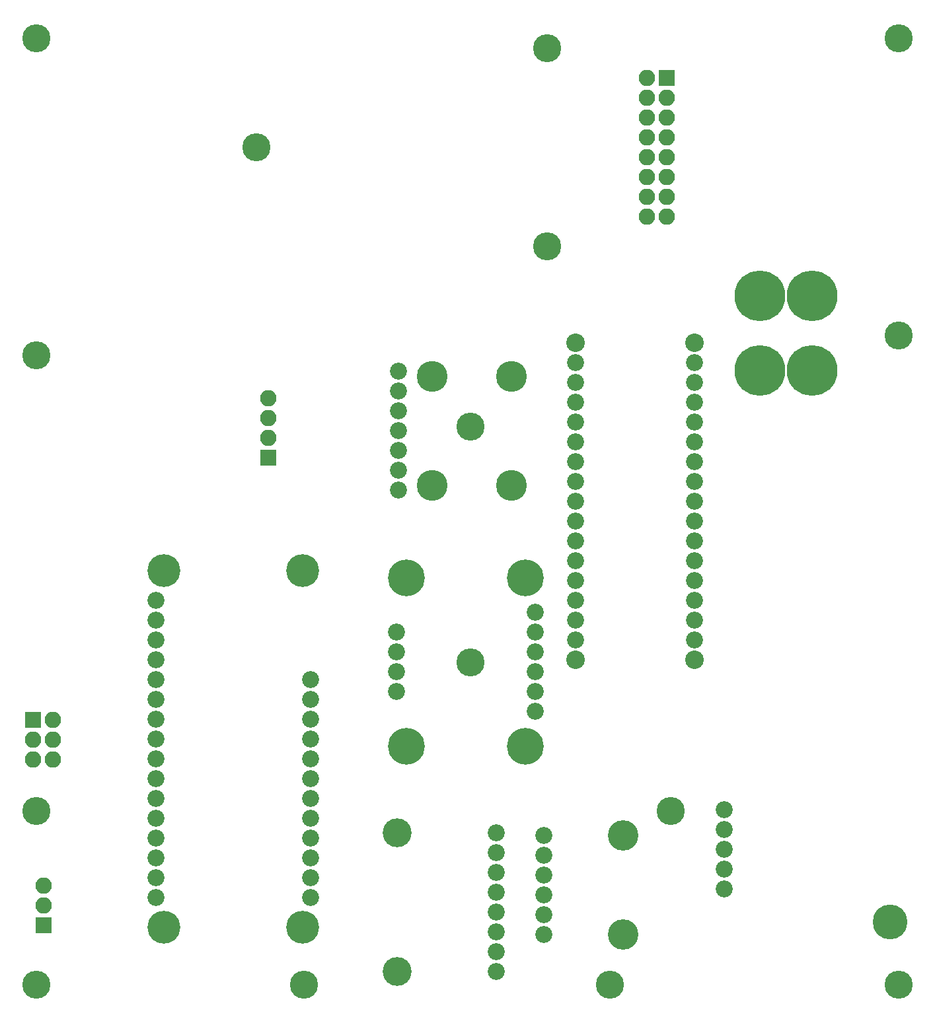
<source format=gbs>
G04 #@! TF.FileFunction,Soldermask,Bot*
%FSLAX46Y46*%
G04 Gerber Fmt 4.6, Leading zero omitted, Abs format (unit mm)*
G04 Created by KiCad (PCBNEW 4.0.7) date 04/19/18 21:13:34*
%MOMM*%
%LPD*%
G01*
G04 APERTURE LIST*
%ADD10C,0.100000*%
%ADD11C,2.178000*%
%ADD12C,4.210000*%
%ADD13C,2.381200*%
%ADD14C,3.600000*%
%ADD15R,2.100000X2.100000*%
%ADD16O,2.100000X2.100000*%
%ADD17C,6.500000*%
%ADD18C,3.702000*%
%ADD19C,4.464000*%
%ADD20C,3.956000*%
%ADD21C,4.718000*%
%ADD22C,3.900000*%
G04 APERTURE END LIST*
D10*
D11*
X81381600Y-126593600D03*
X81381600Y-129133600D03*
X81381600Y-131673600D03*
X81381600Y-134213600D03*
X81381600Y-136753600D03*
X81381600Y-139293600D03*
X81381600Y-141833600D03*
X81381600Y-144373600D03*
X81381600Y-146913600D03*
X81381600Y-149453600D03*
X81381600Y-151993600D03*
X81381600Y-154533600D03*
X81381600Y-157073600D03*
X81381600Y-159613600D03*
X81381600Y-162153600D03*
D12*
X82397600Y-122783600D03*
X100177600Y-122783600D03*
X82397600Y-168503600D03*
X100177600Y-168503600D03*
D11*
X81381600Y-164693600D03*
X101193600Y-164693600D03*
X101193600Y-162153600D03*
X101193600Y-159613600D03*
X101193600Y-157073600D03*
X101193600Y-154533600D03*
X101193600Y-151993600D03*
X101193600Y-149453600D03*
X101193600Y-146913600D03*
X101193600Y-144373600D03*
X101193600Y-141833600D03*
X101193600Y-139293600D03*
X101193600Y-136753600D03*
X150368000Y-131724400D03*
X150368000Y-129184400D03*
X150368000Y-126644400D03*
X150368000Y-124104400D03*
X150368000Y-121564400D03*
X150368000Y-119024400D03*
X150368000Y-116484400D03*
X150368000Y-113944400D03*
X150368000Y-111404400D03*
X150368000Y-108864400D03*
X150368000Y-106324400D03*
X150368000Y-103784400D03*
X150368000Y-101244400D03*
X150368000Y-98704400D03*
X150368000Y-96164400D03*
X135128000Y-96164400D03*
X135128000Y-98704400D03*
X135128000Y-101244400D03*
X135128000Y-103784400D03*
X135128000Y-106324400D03*
X135128000Y-108864400D03*
X135128000Y-111404400D03*
X135128000Y-113944400D03*
X135128000Y-116484400D03*
X135128000Y-119024400D03*
X135128000Y-121564400D03*
X135128000Y-124104400D03*
X135128000Y-126644400D03*
X135128000Y-129184400D03*
X135128000Y-131724400D03*
D13*
X150368000Y-134264400D03*
X135128000Y-134264400D03*
X150368000Y-93624400D03*
X135128000Y-93624400D03*
D14*
X176530000Y-92710000D03*
D15*
X146812000Y-59690000D03*
D16*
X144272000Y-59690000D03*
X146812000Y-62230000D03*
X144272000Y-62230000D03*
X146812000Y-64770000D03*
X144272000Y-64770000D03*
X146812000Y-67310000D03*
X144272000Y-67310000D03*
X146812000Y-69850000D03*
X144272000Y-69850000D03*
X146812000Y-72390000D03*
X144272000Y-72390000D03*
X146812000Y-74930000D03*
X144272000Y-74930000D03*
X146812000Y-77470000D03*
X144272000Y-77470000D03*
D15*
X95732600Y-108381800D03*
D16*
X95732600Y-105841800D03*
X95732600Y-103301800D03*
X95732600Y-100761800D03*
D14*
X66040000Y-175895000D03*
X176530000Y-175895000D03*
X66040000Y-54610000D03*
X66040000Y-95250000D03*
X66040000Y-153670000D03*
X147320000Y-153670000D03*
X121666000Y-104394000D03*
X176530000Y-54610000D03*
X100330000Y-175895000D03*
X139573000Y-175895000D03*
D17*
X158750000Y-97155000D03*
X165450000Y-97155000D03*
X158750000Y-87630000D03*
X165450000Y-87630000D03*
D14*
X121666000Y-134620000D03*
X131508500Y-81216500D03*
X131508500Y-55816500D03*
X94234000Y-68580000D03*
D15*
X65582800Y-141986000D03*
D16*
X68122800Y-141986000D03*
X65582800Y-144526000D03*
X68122800Y-144526000D03*
X65582800Y-147066000D03*
X68122800Y-147066000D03*
D15*
X67005200Y-168300400D03*
D16*
X67005200Y-165760400D03*
X67005200Y-163220400D03*
D11*
X124968000Y-174180500D03*
X124968000Y-171640500D03*
X124968000Y-169100500D03*
X124968000Y-166560500D03*
X124968000Y-164020500D03*
X124968000Y-161480500D03*
X124968000Y-158940500D03*
X124968000Y-156400500D03*
D18*
X112268000Y-156400500D03*
X112268000Y-174180500D03*
D11*
X154178000Y-153466800D03*
X154178000Y-156006800D03*
X154178000Y-158546800D03*
X154178000Y-161086800D03*
X154178000Y-163626800D03*
D19*
X175463200Y-167843200D03*
D11*
X112471200Y-97256600D03*
X112471200Y-99796600D03*
X112471200Y-102336600D03*
X112471200Y-104876600D03*
X112471200Y-107416600D03*
X112471200Y-109956600D03*
X112471200Y-112496600D03*
D20*
X126949200Y-97891600D03*
X126949200Y-111861600D03*
X116789200Y-97891600D03*
X116789200Y-111861600D03*
D11*
X129946400Y-140893800D03*
X129946400Y-138353800D03*
X129946400Y-135813800D03*
X129946400Y-133273800D03*
X129946400Y-130733800D03*
X129946400Y-128193800D03*
X112166400Y-138353800D03*
X112166400Y-135813800D03*
X112166400Y-133273800D03*
X112166400Y-130733800D03*
D21*
X128676400Y-145338800D03*
X128676400Y-123748800D03*
X113436400Y-123748800D03*
X113436400Y-145338800D03*
D11*
X131064000Y-156768800D03*
X131064000Y-159308800D03*
X131064000Y-161848800D03*
X131064000Y-164388800D03*
X131064000Y-166928800D03*
X131064000Y-169468800D03*
D22*
X141214000Y-156768800D03*
X141224000Y-169468800D03*
M02*

</source>
